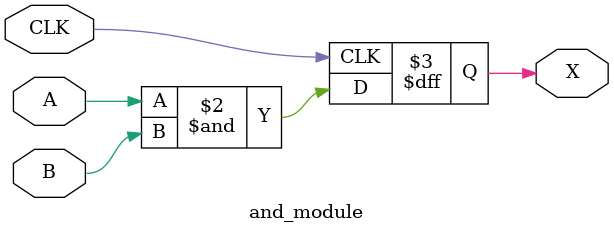
<source format=v>
module and_module (
    input A,
    input B,
    input CLK,
    output reg X
);

    always @(posedge CLK) begin
        X <= A & B;
    end

endmodule
</source>
